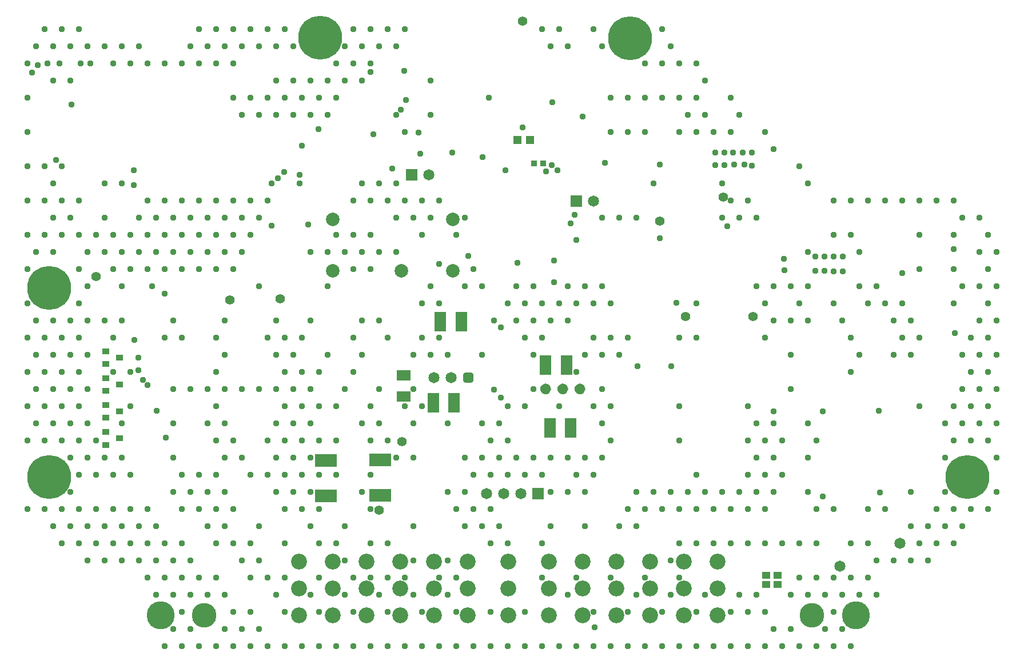
<source format=gbr>
G04*
G04 #@! TF.GenerationSoftware,Altium Limited,Altium Designer,25.0.2 (28)*
G04*
G04 Layer_Color=16711935*
%FSLAX44Y44*%
%MOMM*%
G71*
G04*
G04 #@! TF.SameCoordinates,1489D581-9A80-4730-A308-F2CAF4F028AF*
G04*
G04*
G04 #@! TF.FilePolarity,Negative*
G04*
G01*
G75*
%ADD59R,1.1524X1.0524*%
%ADD62R,1.0524X0.9524*%
%ADD72R,1.2524X1.2524*%
%ADD75C,2.3524*%
%ADD76C,2.0066*%
%ADD77C,1.6524*%
G04:AMPARAMS|DCode=78|XSize=1.5524mm|YSize=1.5524mm|CornerRadius=0.4262mm|HoleSize=0mm|Usage=FLASHONLY|Rotation=180.000|XOffset=0mm|YOffset=0mm|HoleType=Round|Shape=RoundedRectangle|*
%AMROUNDEDRECTD78*
21,1,1.5524,0.7000,0,0,180.0*
21,1,0.7000,1.5524,0,0,180.0*
1,1,0.8524,-0.3500,0.3500*
1,1,0.8524,0.3500,0.3500*
1,1,0.8524,0.3500,-0.3500*
1,1,0.8524,-0.3500,-0.3500*
%
%ADD78ROUNDEDRECTD78*%
%ADD79R,1.6524X1.6524*%
%ADD80C,4.1524*%
%ADD81C,3.6524*%
%ADD82C,0.9398*%
%ADD83C,1.4224*%
%ADD84C,6.5024*%
%ADD106R,3.3024X1.9324*%
%ADD107R,2.0524X1.5024*%
%ADD108R,1.6524X2.9524*%
%ADD109R,0.8524X0.8524*%
G36*
X1605280Y982658D02*
X1607336Y982929D01*
X1609251Y983722D01*
X1610896Y984984D01*
X1612158Y986629D01*
X1612951Y988544D01*
X1613222Y990600D01*
X1612951Y992655D01*
X1612158Y994571D01*
X1610896Y996216D01*
X1609251Y997478D01*
X1607336Y998271D01*
X1605280Y998542D01*
D01*
X1603224Y998271D01*
X1601309Y997478D01*
X1599664Y996216D01*
X1598402Y994571D01*
X1597609Y992655D01*
X1597338Y990600D01*
X1597609Y988544D01*
X1598402Y986629D01*
X1599664Y984984D01*
X1601309Y983722D01*
X1603224Y982929D01*
X1605280Y982658D01*
D01*
D02*
G37*
G36*
X1630680D02*
X1632735Y982929D01*
X1634651Y983722D01*
X1636296Y984984D01*
X1637558Y986629D01*
X1638351Y988544D01*
X1638622Y990600D01*
X1638351Y992655D01*
X1637558Y994571D01*
X1636296Y996216D01*
X1634651Y997478D01*
X1632735Y998271D01*
X1630680Y998542D01*
D01*
X1628625Y998271D01*
X1626709Y997478D01*
X1625064Y996216D01*
X1623802Y994571D01*
X1623009Y992655D01*
X1622738Y990600D01*
X1623009Y988544D01*
X1623802Y986629D01*
X1625064Y984984D01*
X1626709Y983722D01*
X1628625Y982929D01*
X1630680Y982658D01*
D01*
D02*
G37*
G36*
X1656080D02*
X1658136Y982929D01*
X1660051Y983722D01*
X1661696Y984984D01*
X1662958Y986629D01*
X1663751Y988544D01*
X1664022Y990600D01*
X1663751Y992655D01*
X1662958Y994571D01*
X1661696Y996216D01*
X1660051Y997478D01*
X1658136Y998271D01*
X1656080Y998542D01*
D01*
X1654025Y998271D01*
X1652109Y997478D01*
X1650464Y996216D01*
X1649202Y994571D01*
X1648409Y992655D01*
X1648138Y990600D01*
X1648409Y988544D01*
X1649202Y986629D01*
X1650464Y984984D01*
X1652109Y983722D01*
X1654025Y982929D01*
X1656080Y982658D01*
D01*
D02*
G37*
D59*
X1931500Y714200D02*
D03*
X1948500D02*
D03*
Y701133D02*
D03*
X1931500D02*
D03*
D62*
X974000Y917215D02*
D03*
X954000Y926715D02*
D03*
Y907715D02*
D03*
X974000Y957107D02*
D03*
X954000Y966608D02*
D03*
Y947607D02*
D03*
X974000Y997000D02*
D03*
X954000Y1006500D02*
D03*
Y987500D02*
D03*
X974000Y1036892D02*
D03*
X954000Y1046393D02*
D03*
Y1027393D02*
D03*
D72*
X1582000Y1359500D02*
D03*
X1564000D02*
D03*
D75*
X1240000Y655000D02*
D03*
Y695000D02*
D03*
Y735000D02*
D03*
X1290000Y655000D02*
D03*
X1340000D02*
D03*
Y695000D02*
D03*
Y735000D02*
D03*
X1390000Y655000D02*
D03*
Y695000D02*
D03*
Y735000D02*
D03*
X1440000Y655000D02*
D03*
Y695000D02*
D03*
Y735000D02*
D03*
X1490000Y655000D02*
D03*
Y695000D02*
D03*
Y735000D02*
D03*
X1550000Y655000D02*
D03*
Y695000D02*
D03*
Y735000D02*
D03*
X1610000Y655000D02*
D03*
Y695000D02*
D03*
Y735000D02*
D03*
X1660000Y655000D02*
D03*
Y695000D02*
D03*
Y735000D02*
D03*
X1710000Y655000D02*
D03*
Y695000D02*
D03*
Y735000D02*
D03*
X1760000Y655000D02*
D03*
Y695000D02*
D03*
Y735000D02*
D03*
X1810000Y655000D02*
D03*
Y695000D02*
D03*
Y735000D02*
D03*
X1860000Y655000D02*
D03*
Y695000D02*
D03*
Y735000D02*
D03*
X1290000D02*
D03*
Y695000D02*
D03*
D76*
X1290400Y1242200D02*
D03*
X1468200D02*
D03*
Y1166000D02*
D03*
X1392000D02*
D03*
X1290400D02*
D03*
D77*
X1439600Y1007700D02*
D03*
X1465000D02*
D03*
X1518200Y835000D02*
D03*
X1543600D02*
D03*
X1569000D02*
D03*
X1432500Y1308000D02*
D03*
X1675900Y1268500D02*
D03*
X2129790Y762000D02*
D03*
X2040890Y727710D02*
D03*
D78*
X1490400Y1007700D02*
D03*
D79*
X1594400Y835000D02*
D03*
X1407100Y1308000D02*
D03*
X1650500Y1268500D02*
D03*
D80*
X1035000Y655000D02*
D03*
X2065000D02*
D03*
D81*
X1100000D02*
D03*
X2000000D02*
D03*
D82*
X2260600Y1219200D02*
D03*
X2273300Y1193800D02*
D03*
X2260600Y1168400D02*
D03*
X2273300Y1143000D02*
D03*
X2260600Y1117600D02*
D03*
X2273300Y1092200D02*
D03*
X2260600Y1066800D02*
D03*
X2273300Y1041400D02*
D03*
X2260600Y1016000D02*
D03*
X2273300Y990600D02*
D03*
X2260600Y965200D02*
D03*
X2273300Y939800D02*
D03*
X2260600Y914400D02*
D03*
X2273300Y889000D02*
D03*
Y838200D02*
D03*
X2260600Y812800D02*
D03*
X2247900Y1244600D02*
D03*
Y1193800D02*
D03*
Y1143000D02*
D03*
Y1092200D02*
D03*
X2235200Y1066800D02*
D03*
X2247900Y1041400D02*
D03*
X2235200Y1016000D02*
D03*
X2247900Y990600D02*
D03*
X2235200Y965200D02*
D03*
X2247900Y939800D02*
D03*
X2235200Y914400D02*
D03*
Y812800D02*
D03*
X2209800Y1270000D02*
D03*
X2222500Y1244600D02*
D03*
X2209800Y1219200D02*
D03*
Y1168400D02*
D03*
X2222500Y1143000D02*
D03*
X2209800Y1117600D02*
D03*
X2222500Y1041400D02*
D03*
Y990600D02*
D03*
X2209800Y965200D02*
D03*
X2222500Y939800D02*
D03*
X2209800Y914400D02*
D03*
Y812800D02*
D03*
X2222500Y787400D02*
D03*
X2209800Y762000D02*
D03*
X2184400Y1270000D02*
D03*
X2197100Y939800D02*
D03*
Y889000D02*
D03*
Y838200D02*
D03*
X2184400Y812800D02*
D03*
X2197100Y787400D02*
D03*
X2184400Y762000D02*
D03*
X2159000Y1270000D02*
D03*
Y1219200D02*
D03*
Y1168400D02*
D03*
Y1066800D02*
D03*
Y965200D02*
D03*
X2171700Y787400D02*
D03*
X2159000Y762000D02*
D03*
X2171700Y736600D02*
D03*
X2133600Y1270000D02*
D03*
Y1117600D02*
D03*
X2146300Y1092200D02*
D03*
X2133600Y1066800D02*
D03*
X2146300Y1041400D02*
D03*
Y838200D02*
D03*
Y787400D02*
D03*
Y736600D02*
D03*
X2108200Y1270000D02*
D03*
Y1117600D02*
D03*
X2120900Y1092200D02*
D03*
Y1041400D02*
D03*
X2108200Y812800D02*
D03*
X2120900Y736600D02*
D03*
X2082800Y1270000D02*
D03*
X2095500Y1143000D02*
D03*
X2082800Y1117600D02*
D03*
Y812800D02*
D03*
Y762000D02*
D03*
X2095500Y736600D02*
D03*
X2082800Y711200D02*
D03*
X2095500Y685800D02*
D03*
X2057400Y1270000D02*
D03*
Y1219200D02*
D03*
X2070100Y1193800D02*
D03*
Y1143000D02*
D03*
X2057400Y1066800D02*
D03*
X2070100Y1041400D02*
D03*
X2057400Y1016000D02*
D03*
Y762000D02*
D03*
Y711200D02*
D03*
X2070100Y685800D02*
D03*
X2057400Y609600D02*
D03*
X2032000Y1270000D02*
D03*
Y1219200D02*
D03*
Y1117600D02*
D03*
X2044700Y1092200D02*
D03*
X2032000Y812800D02*
D03*
Y711200D02*
D03*
X2044700Y685800D02*
D03*
X2032000Y660400D02*
D03*
X2044700Y635000D02*
D03*
X2032000Y609600D02*
D03*
X2006600Y914400D02*
D03*
Y812800D02*
D03*
Y762000D02*
D03*
Y711200D02*
D03*
X2019300Y685800D02*
D03*
Y635000D02*
D03*
X2006600Y609600D02*
D03*
X1981200Y1320800D02*
D03*
X1993900Y1295400D02*
D03*
Y1193800D02*
D03*
Y1143000D02*
D03*
X1981200Y1117600D02*
D03*
X1993900Y1092200D02*
D03*
Y939800D02*
D03*
Y889000D02*
D03*
Y838200D02*
D03*
X1981200Y762000D02*
D03*
Y711200D02*
D03*
X1993900Y685800D02*
D03*
X1981200Y609600D02*
D03*
X1968500Y1143000D02*
D03*
Y1092200D02*
D03*
Y1041400D02*
D03*
Y990600D02*
D03*
X1955800Y914400D02*
D03*
Y863600D02*
D03*
Y762000D02*
D03*
X1968500Y685800D02*
D03*
Y635000D02*
D03*
X1955800Y609600D02*
D03*
X1930400Y1371600D02*
D03*
X1943100Y1346200D02*
D03*
Y1143000D02*
D03*
X1930400Y1117600D02*
D03*
X1943100Y1092200D02*
D03*
X1930400Y1066800D02*
D03*
X1943100Y939800D02*
D03*
X1930400Y914400D02*
D03*
X1943100Y889000D02*
D03*
X1930400Y863600D02*
D03*
X1943100Y838200D02*
D03*
X1930400Y812800D02*
D03*
Y762000D02*
D03*
Y660400D02*
D03*
X1943100Y635000D02*
D03*
X1930400Y609600D02*
D03*
X1905000Y1270000D02*
D03*
X1917700Y1244600D02*
D03*
Y1143000D02*
D03*
X1905000Y965200D02*
D03*
X1917700Y939800D02*
D03*
X1905000Y914400D02*
D03*
X1917700Y889000D02*
D03*
X1905000Y863600D02*
D03*
X1917700Y838200D02*
D03*
X1905000Y812800D02*
D03*
Y762000D02*
D03*
X1917700Y685800D02*
D03*
X1905000Y660400D02*
D03*
Y609600D02*
D03*
X1879600Y1422400D02*
D03*
X1892300Y1397000D02*
D03*
X1879600Y1371600D02*
D03*
Y1270000D02*
D03*
X1892300Y1244600D02*
D03*
Y838200D02*
D03*
X1879600Y812800D02*
D03*
Y762000D02*
D03*
X1892300Y685800D02*
D03*
X1879600Y660400D02*
D03*
Y609600D02*
D03*
X1854200Y1371600D02*
D03*
X1866900Y1295400D02*
D03*
Y1244600D02*
D03*
Y838200D02*
D03*
X1854200Y812800D02*
D03*
Y762000D02*
D03*
Y609600D02*
D03*
X1828800Y1473200D02*
D03*
X1841500Y1447800D02*
D03*
X1828800Y1422400D02*
D03*
X1841500Y1397000D02*
D03*
X1828800Y1371600D02*
D03*
Y1117600D02*
D03*
Y1066800D02*
D03*
Y863600D02*
D03*
X1841500Y838200D02*
D03*
X1828800Y812800D02*
D03*
Y762000D02*
D03*
X1841500Y685800D02*
D03*
X1828800Y660400D02*
D03*
Y609600D02*
D03*
X1803400Y1473200D02*
D03*
Y1422400D02*
D03*
X1816100Y1397000D02*
D03*
X1803400Y1371600D02*
D03*
Y1066800D02*
D03*
Y965200D02*
D03*
Y914400D02*
D03*
X1816100Y838200D02*
D03*
X1803400Y812800D02*
D03*
Y762000D02*
D03*
Y711200D02*
D03*
Y609600D02*
D03*
X1778000Y1524000D02*
D03*
X1790700Y1498600D02*
D03*
X1778000Y1473200D02*
D03*
Y1422400D02*
D03*
X1790700Y838200D02*
D03*
X1778000Y812800D02*
D03*
X1790700Y736600D02*
D03*
Y685800D02*
D03*
X1778000Y660400D02*
D03*
Y609600D02*
D03*
X1752600Y1473200D02*
D03*
Y1422400D02*
D03*
Y1371600D02*
D03*
X1765300Y1295400D02*
D03*
Y838200D02*
D03*
X1752600Y812800D02*
D03*
Y711200D02*
D03*
Y609600D02*
D03*
X1727200Y1422400D02*
D03*
Y1371600D02*
D03*
X1739900Y1244600D02*
D03*
X1727200Y1066800D02*
D03*
X1739900Y838200D02*
D03*
X1727200Y812800D02*
D03*
X1739900Y787400D02*
D03*
Y685800D02*
D03*
X1727200Y660400D02*
D03*
Y609600D02*
D03*
X1701800Y1422400D02*
D03*
Y1371600D02*
D03*
X1714500Y1244600D02*
D03*
X1701800Y1117600D02*
D03*
Y1066800D02*
D03*
X1714500Y1041400D02*
D03*
X1701800Y965200D02*
D03*
Y914400D02*
D03*
X1714500Y787400D02*
D03*
X1701800Y711200D02*
D03*
Y609600D02*
D03*
X1676400Y1524000D02*
D03*
X1689100Y1498600D02*
D03*
Y1244600D02*
D03*
Y1143000D02*
D03*
X1676400Y1117600D02*
D03*
Y1066800D02*
D03*
X1689100Y1041400D02*
D03*
Y990600D02*
D03*
X1676400Y965200D02*
D03*
X1689100Y939800D02*
D03*
Y889000D02*
D03*
X1676400Y863600D02*
D03*
Y660400D02*
D03*
Y609600D02*
D03*
X1663700Y1143000D02*
D03*
X1651000Y1117600D02*
D03*
X1663700Y1041400D02*
D03*
X1651000Y1016000D02*
D03*
X1663700Y889000D02*
D03*
X1651000Y863600D02*
D03*
X1663700Y838200D02*
D03*
Y787400D02*
D03*
X1651000Y711200D02*
D03*
Y609600D02*
D03*
X1625600Y1524000D02*
D03*
X1638300Y1498600D02*
D03*
Y1143000D02*
D03*
X1625600Y1117600D02*
D03*
X1638300Y1092200D02*
D03*
X1625600Y965200D02*
D03*
X1638300Y889000D02*
D03*
Y838200D02*
D03*
Y685800D02*
D03*
X1625600Y609600D02*
D03*
X1600200Y1524000D02*
D03*
X1612900Y1498600D02*
D03*
X1600200Y1117600D02*
D03*
X1612900Y1092200D02*
D03*
X1600200Y1066800D02*
D03*
X1612900Y889000D02*
D03*
X1600200Y863600D02*
D03*
X1612900Y838200D02*
D03*
Y787400D02*
D03*
X1600200Y762000D02*
D03*
Y711200D02*
D03*
Y609600D02*
D03*
X1587500Y1143000D02*
D03*
X1574800Y1117600D02*
D03*
X1587500Y1092200D02*
D03*
X1574800Y1066800D02*
D03*
X1587500Y1041400D02*
D03*
Y990600D02*
D03*
X1574800Y965200D02*
D03*
X1587500Y889000D02*
D03*
X1574800Y863600D02*
D03*
Y660400D02*
D03*
Y609600D02*
D03*
X1562100Y1143000D02*
D03*
X1549400Y1117600D02*
D03*
X1562100Y1092200D02*
D03*
X1549400Y965200D02*
D03*
Y914400D02*
D03*
X1562100Y889000D02*
D03*
X1549400Y863600D02*
D03*
Y762000D02*
D03*
Y609600D02*
D03*
X1536700Y939800D02*
D03*
X1524000Y914400D02*
D03*
X1536700Y889000D02*
D03*
X1524000Y863600D02*
D03*
Y812800D02*
D03*
X1536700Y787400D02*
D03*
X1524000Y762000D02*
D03*
Y660400D02*
D03*
Y609600D02*
D03*
X1498600Y1168400D02*
D03*
X1511300Y1143000D02*
D03*
Y1041400D02*
D03*
Y939800D02*
D03*
Y889000D02*
D03*
X1498600Y863600D02*
D03*
Y812800D02*
D03*
X1511300Y787400D02*
D03*
X1498600Y609600D02*
D03*
X1485900Y1244600D02*
D03*
X1473200Y1219200D02*
D03*
X1485900Y1143000D02*
D03*
Y889000D02*
D03*
Y838200D02*
D03*
X1473200Y812800D02*
D03*
X1485900Y787400D02*
D03*
X1473200Y711200D02*
D03*
Y660400D02*
D03*
Y609600D02*
D03*
X1447800Y1270000D02*
D03*
Y1117600D02*
D03*
Y1066800D02*
D03*
X1460500Y1041400D02*
D03*
Y939800D02*
D03*
Y838200D02*
D03*
Y736600D02*
D03*
X1447800Y711200D02*
D03*
X1460500Y685800D02*
D03*
X1447800Y609600D02*
D03*
X1435100Y1447800D02*
D03*
Y1397000D02*
D03*
X1422400Y1270000D02*
D03*
X1435100Y1244600D02*
D03*
X1422400Y1219200D02*
D03*
X1435100Y1143000D02*
D03*
X1422400Y1117600D02*
D03*
Y1066800D02*
D03*
X1435100Y1041400D02*
D03*
X1422400Y965200D02*
D03*
Y660400D02*
D03*
Y609600D02*
D03*
X1397000Y1524000D02*
D03*
Y1371600D02*
D03*
Y1270000D02*
D03*
X1409700Y1244600D02*
D03*
Y1041400D02*
D03*
Y990600D02*
D03*
X1397000Y965200D02*
D03*
X1409700Y939800D02*
D03*
Y889000D02*
D03*
Y787400D02*
D03*
Y736600D02*
D03*
X1397000Y711200D02*
D03*
X1409700Y685800D02*
D03*
X1397000Y609600D02*
D03*
X1371600Y1524000D02*
D03*
X1384300Y1498600D02*
D03*
Y1397000D02*
D03*
Y1295400D02*
D03*
X1371600Y1270000D02*
D03*
X1384300Y1244600D02*
D03*
Y1193800D02*
D03*
X1371600Y1066800D02*
D03*
Y914400D02*
D03*
X1384300Y889000D02*
D03*
X1371600Y762000D02*
D03*
Y711200D02*
D03*
Y660400D02*
D03*
Y609600D02*
D03*
X1346200Y1524000D02*
D03*
X1358900Y1498600D02*
D03*
X1346200Y1473200D02*
D03*
X1358900Y1295400D02*
D03*
X1346200Y1270000D02*
D03*
Y1219200D02*
D03*
X1358900Y1193800D02*
D03*
X1346200Y1168400D02*
D03*
X1358900Y1092200D02*
D03*
Y990600D02*
D03*
X1346200Y965200D02*
D03*
X1358900Y939800D02*
D03*
X1346200Y914400D02*
D03*
Y863600D02*
D03*
Y812800D02*
D03*
Y762000D02*
D03*
Y711200D02*
D03*
X1358900Y685800D02*
D03*
X1346200Y609600D02*
D03*
X1320800Y1524000D02*
D03*
X1333500Y1498600D02*
D03*
X1320800Y1473200D02*
D03*
X1333500Y1447800D02*
D03*
Y1295400D02*
D03*
X1320800Y1270000D02*
D03*
Y1219200D02*
D03*
X1333500Y1193800D02*
D03*
X1320800Y1168400D02*
D03*
X1333500Y1092200D02*
D03*
X1320800Y1066800D02*
D03*
X1333500Y1041400D02*
D03*
X1320800Y1016000D02*
D03*
X1333500Y939800D02*
D03*
Y838200D02*
D03*
X1320800Y711200D02*
D03*
Y660400D02*
D03*
Y609600D02*
D03*
X1308100Y1498600D02*
D03*
X1295400Y1473200D02*
D03*
X1308100Y1447800D02*
D03*
X1295400Y1422400D02*
D03*
Y1219200D02*
D03*
X1308100Y1193800D02*
D03*
Y990600D02*
D03*
X1295400Y965200D02*
D03*
Y914400D02*
D03*
Y863600D02*
D03*
X1308100Y787400D02*
D03*
X1295400Y762000D02*
D03*
X1308100Y736600D02*
D03*
Y685800D02*
D03*
X1295400Y609600D02*
D03*
X1282700Y1447800D02*
D03*
X1270000Y1422400D02*
D03*
X1282700Y1397000D02*
D03*
Y1193800D02*
D03*
Y1143000D02*
D03*
Y1041400D02*
D03*
X1270000Y1016000D02*
D03*
Y965200D02*
D03*
Y914400D02*
D03*
Y863600D02*
D03*
Y812800D02*
D03*
Y762000D02*
D03*
Y711200D02*
D03*
Y660400D02*
D03*
Y609600D02*
D03*
X1257300Y1447800D02*
D03*
X1244600Y1422400D02*
D03*
X1257300Y1397000D02*
D03*
Y1193800D02*
D03*
Y1092200D02*
D03*
X1244600Y1066800D02*
D03*
Y1016000D02*
D03*
X1257300Y990600D02*
D03*
X1244600Y965200D02*
D03*
X1257300Y939800D02*
D03*
X1244600Y914400D02*
D03*
X1257300Y889000D02*
D03*
X1244600Y863600D02*
D03*
X1257300Y838200D02*
D03*
X1244600Y812800D02*
D03*
X1257300Y787400D02*
D03*
Y685800D02*
D03*
X1244600Y609600D02*
D03*
X1219200Y1524000D02*
D03*
X1231900Y1498600D02*
D03*
Y1447800D02*
D03*
X1219200Y1422400D02*
D03*
X1231900Y1397000D02*
D03*
X1219200Y1066800D02*
D03*
X1231900Y1041400D02*
D03*
X1219200Y1016000D02*
D03*
X1231900Y990600D02*
D03*
X1219200Y965200D02*
D03*
X1231900Y939800D02*
D03*
X1219200Y914400D02*
D03*
X1231900Y889000D02*
D03*
X1219200Y863600D02*
D03*
X1231900Y838200D02*
D03*
X1219200Y812800D02*
D03*
Y762000D02*
D03*
Y711200D02*
D03*
Y660400D02*
D03*
Y609600D02*
D03*
X1193800Y1524000D02*
D03*
X1206500Y1498600D02*
D03*
Y1447800D02*
D03*
X1193800Y1422400D02*
D03*
X1206500Y1397000D02*
D03*
X1193800Y1270000D02*
D03*
X1206500Y1092200D02*
D03*
X1193800Y1066800D02*
D03*
X1206500Y1041400D02*
D03*
Y990600D02*
D03*
Y939800D02*
D03*
X1193800Y914400D02*
D03*
X1206500Y889000D02*
D03*
X1193800Y863600D02*
D03*
X1206500Y838200D02*
D03*
X1193800Y711200D02*
D03*
X1206500Y685800D02*
D03*
X1193800Y609600D02*
D03*
X1168400Y1524000D02*
D03*
X1181100Y1498600D02*
D03*
X1168400Y1422400D02*
D03*
X1181100Y1397000D02*
D03*
X1168400Y1270000D02*
D03*
X1181100Y1244600D02*
D03*
X1168400Y1219200D02*
D03*
X1181100Y1143000D02*
D03*
Y990600D02*
D03*
X1168400Y863600D02*
D03*
X1181100Y787400D02*
D03*
X1168400Y762000D02*
D03*
X1181100Y736600D02*
D03*
X1168400Y711200D02*
D03*
Y660400D02*
D03*
X1181100Y635000D02*
D03*
X1168400Y609600D02*
D03*
X1143000Y1524000D02*
D03*
X1155700Y1498600D02*
D03*
X1143000Y1473200D02*
D03*
Y1422400D02*
D03*
X1155700Y1397000D02*
D03*
X1143000Y1270000D02*
D03*
X1155700Y1244600D02*
D03*
X1143000Y1219200D02*
D03*
X1155700Y1193800D02*
D03*
X1143000Y1168400D02*
D03*
X1155700Y990600D02*
D03*
X1143000Y914400D02*
D03*
X1155700Y889000D02*
D03*
X1143000Y812800D02*
D03*
Y762000D02*
D03*
X1155700Y736600D02*
D03*
X1143000Y660400D02*
D03*
X1155700Y635000D02*
D03*
X1143000Y609600D02*
D03*
X1117600Y1524000D02*
D03*
X1130300Y1498600D02*
D03*
X1117600Y1473200D02*
D03*
Y1270000D02*
D03*
X1130300Y1244600D02*
D03*
X1117600Y1219200D02*
D03*
X1130300Y1193800D02*
D03*
X1117600Y1168400D02*
D03*
X1130300Y1092200D02*
D03*
X1117600Y1066800D02*
D03*
X1130300Y1041400D02*
D03*
X1117600Y1016000D02*
D03*
X1130300Y990600D02*
D03*
X1117600Y965200D02*
D03*
X1130300Y939800D02*
D03*
X1117600Y914400D02*
D03*
X1130300Y889000D02*
D03*
X1117600Y863600D02*
D03*
X1130300Y838200D02*
D03*
X1117600Y812800D02*
D03*
X1130300Y787400D02*
D03*
X1117600Y762000D02*
D03*
Y711200D02*
D03*
X1130300Y685800D02*
D03*
Y635000D02*
D03*
X1117600Y609600D02*
D03*
X1092200Y1524000D02*
D03*
X1104900Y1498600D02*
D03*
X1092200Y1473200D02*
D03*
Y1270000D02*
D03*
X1104900Y1244600D02*
D03*
X1092200Y1219200D02*
D03*
X1104900Y1193800D02*
D03*
X1092200Y1168400D02*
D03*
X1104900Y990600D02*
D03*
Y939800D02*
D03*
X1092200Y863600D02*
D03*
X1104900Y838200D02*
D03*
X1092200Y812800D02*
D03*
X1104900Y787400D02*
D03*
X1092200Y711200D02*
D03*
X1104900Y685800D02*
D03*
X1092200Y609600D02*
D03*
X1079500Y1498600D02*
D03*
X1066800Y1473200D02*
D03*
Y1270000D02*
D03*
X1079500Y1244600D02*
D03*
X1066800Y1219200D02*
D03*
X1079500Y1193800D02*
D03*
X1066800Y1168400D02*
D03*
Y1066800D02*
D03*
X1079500Y990600D02*
D03*
X1066800Y863600D02*
D03*
X1079500Y838200D02*
D03*
X1066800Y812800D02*
D03*
Y762000D02*
D03*
X1079500Y736600D02*
D03*
X1066800Y711200D02*
D03*
X1079500Y685800D02*
D03*
X1066800Y660400D02*
D03*
X1079500Y635000D02*
D03*
X1066800Y609600D02*
D03*
X1041400Y1473200D02*
D03*
Y1270000D02*
D03*
X1054100Y1244600D02*
D03*
X1041400Y1219200D02*
D03*
X1054100Y1193800D02*
D03*
X1041400Y1168400D02*
D03*
X1054100Y1092200D02*
D03*
X1041400Y1066800D02*
D03*
X1054100Y990600D02*
D03*
Y939800D02*
D03*
Y889000D02*
D03*
Y838200D02*
D03*
X1041400Y762000D02*
D03*
X1054100Y736600D02*
D03*
X1041400Y711200D02*
D03*
X1054100Y685800D02*
D03*
Y635000D02*
D03*
X1041400Y609600D02*
D03*
X1016000Y1473200D02*
D03*
Y1270000D02*
D03*
X1028700Y1244600D02*
D03*
X1016000Y1219200D02*
D03*
X1028700Y1193800D02*
D03*
X1016000Y1168400D02*
D03*
Y812800D02*
D03*
X1028700Y787400D02*
D03*
X1016000Y762000D02*
D03*
X1028700Y736600D02*
D03*
X1016000Y711200D02*
D03*
X1028700Y685800D02*
D03*
X1003300Y1498600D02*
D03*
X990600Y1473200D02*
D03*
X1003300Y1244600D02*
D03*
X990600Y1219200D02*
D03*
X1003300Y1193800D02*
D03*
X990600Y1168400D02*
D03*
Y1016000D02*
D03*
Y965200D02*
D03*
Y863600D02*
D03*
Y812800D02*
D03*
X1003300Y787400D02*
D03*
X990600Y762000D02*
D03*
X1003300Y736600D02*
D03*
X977900Y1498600D02*
D03*
X965200Y1473200D02*
D03*
X977900Y1295400D02*
D03*
X965200Y1219200D02*
D03*
X977900Y1193800D02*
D03*
X965200Y1168400D02*
D03*
X977900Y1143000D02*
D03*
Y1092200D02*
D03*
X965200Y1066800D02*
D03*
Y1016000D02*
D03*
X977900Y939800D02*
D03*
Y889000D02*
D03*
X965200Y863600D02*
D03*
Y812800D02*
D03*
X977900Y787400D02*
D03*
X965200Y762000D02*
D03*
X977900Y736600D02*
D03*
X952500Y1498600D02*
D03*
Y1295400D02*
D03*
Y1244600D02*
D03*
X939800Y1219200D02*
D03*
X952500Y1193800D02*
D03*
Y1092200D02*
D03*
X939800Y914400D02*
D03*
X952500Y889000D02*
D03*
X939800Y863600D02*
D03*
Y812800D02*
D03*
X952500Y787400D02*
D03*
X939800Y762000D02*
D03*
X952500Y736600D02*
D03*
X914400Y1524000D02*
D03*
X927100Y1498600D02*
D03*
X914400Y1270000D02*
D03*
Y1219200D02*
D03*
X927100Y1193800D02*
D03*
X914400Y1168400D02*
D03*
X927100Y1143000D02*
D03*
X914400Y1117600D02*
D03*
X927100Y1092200D02*
D03*
X914400Y1066800D02*
D03*
X927100Y1041400D02*
D03*
X914400Y1016000D02*
D03*
X927100Y990600D02*
D03*
X914400Y965200D02*
D03*
X927100Y939800D02*
D03*
X914400Y914400D02*
D03*
X927100Y889000D02*
D03*
X914400Y863600D02*
D03*
Y812800D02*
D03*
X927100Y787400D02*
D03*
X914400Y762000D02*
D03*
X927100Y736600D02*
D03*
X889000Y1524000D02*
D03*
X901700Y1498600D02*
D03*
Y1447800D02*
D03*
X889000Y1320800D02*
D03*
Y1270000D02*
D03*
X901700Y1244600D02*
D03*
X889000Y1219200D02*
D03*
X901700Y1092200D02*
D03*
X889000Y1066800D02*
D03*
X901700Y1041400D02*
D03*
X889000Y1016000D02*
D03*
X901700Y990600D02*
D03*
X889000Y965200D02*
D03*
X901700Y939800D02*
D03*
X889000Y914400D02*
D03*
X901700Y889000D02*
D03*
Y838200D02*
D03*
X889000Y812800D02*
D03*
X901700Y787400D02*
D03*
X889000Y762000D02*
D03*
X863600Y1524000D02*
D03*
X876300Y1498600D02*
D03*
Y1447800D02*
D03*
X863600Y1320800D02*
D03*
X876300Y1295400D02*
D03*
X863600Y1270000D02*
D03*
X876300Y1244600D02*
D03*
X863600Y1219200D02*
D03*
X876300Y1193800D02*
D03*
Y1092200D02*
D03*
X863600Y1066800D02*
D03*
X876300Y1041400D02*
D03*
X863600Y1016000D02*
D03*
X876300Y990600D02*
D03*
X863600Y965200D02*
D03*
X876300Y939800D02*
D03*
X863600Y914400D02*
D03*
Y812800D02*
D03*
X876300Y787400D02*
D03*
X850900Y1498600D02*
D03*
X838200Y1473200D02*
D03*
Y1422400D02*
D03*
Y1371600D02*
D03*
Y1320800D02*
D03*
Y1270000D02*
D03*
Y1219200D02*
D03*
X850900Y1193800D02*
D03*
X838200Y1168400D02*
D03*
Y1117600D02*
D03*
X850900Y1092200D02*
D03*
X838200Y1066800D02*
D03*
X850900Y1041400D02*
D03*
X838200Y1016000D02*
D03*
X850900Y990600D02*
D03*
X838200Y965200D02*
D03*
X850900Y939800D02*
D03*
X838200Y914400D02*
D03*
Y812800D02*
D03*
X902970Y1412240D02*
D03*
X1677670Y637540D02*
D03*
X880110Y1329690D02*
D03*
X1390650Y1404620D02*
D03*
X1398680Y1419000D02*
D03*
X1884869Y1322869D02*
D03*
X1899489Y1323489D02*
D03*
X1911000Y1321000D02*
D03*
X1874520Y1231900D02*
D03*
X1244600Y1351280D02*
D03*
X1268730Y1375410D02*
D03*
X995680Y1314450D02*
D03*
Y1292860D02*
D03*
X1209040Y1303020D02*
D03*
X1241384Y1307506D02*
D03*
X1539240Y1082040D02*
D03*
X1529080Y1092200D02*
D03*
X1217930Y1311910D02*
D03*
X1240790Y1295400D02*
D03*
X1395730Y1461770D02*
D03*
X1350010Y1367790D02*
D03*
X1417320Y1370330D02*
D03*
X1346200Y1460500D02*
D03*
X1199522Y1295047D02*
D03*
X1741000Y1024255D02*
D03*
X1791000D02*
D03*
X853440Y1470660D02*
D03*
X844550Y1459230D02*
D03*
X867410Y1473200D02*
D03*
X885190D02*
D03*
X1199349Y1232651D02*
D03*
X1377950Y1316990D02*
D03*
X930910Y1473200D02*
D03*
X916940D02*
D03*
X1539240Y977900D02*
D03*
X1563370Y1177290D02*
D03*
X1529080Y989330D02*
D03*
X1651000Y1211580D02*
D03*
X1774190Y1214120D02*
D03*
X1799000Y1118000D02*
D03*
X1774190Y1323340D02*
D03*
X1642110Y1235710D02*
D03*
X1648460Y1248410D02*
D03*
X1692910Y1325880D02*
D03*
X1883000Y1340485D02*
D03*
X1897000D02*
D03*
X1911000D02*
D03*
X1870000D02*
D03*
X1856740D02*
D03*
Y1322015D02*
D03*
X1870000Y1322000D02*
D03*
X1448000Y1176000D02*
D03*
X1491000Y1188000D02*
D03*
X1943000Y957000D02*
D03*
X1660000Y1394000D02*
D03*
X1009000Y1004000D02*
D03*
X1002000Y1018000D02*
D03*
X1041000Y1132000D02*
D03*
X996000Y1063000D02*
D03*
X1002000Y1037000D02*
D03*
X1016000Y996000D02*
D03*
X1029000Y958000D02*
D03*
X1043000Y918000D02*
D03*
X1022500Y1142500D02*
D03*
X2099000Y958000D02*
D03*
X2211500Y1073500D02*
D03*
X1420000Y1339000D02*
D03*
X1623000Y1315000D02*
D03*
X1615000Y1415000D02*
D03*
X1521000Y1422000D02*
D03*
X1512000Y1334000D02*
D03*
X1546000Y1315000D02*
D03*
X1606000Y1313000D02*
D03*
X1614000Y1322000D02*
D03*
X1571000Y1378000D02*
D03*
X1253988Y1233988D02*
D03*
X1467500Y1341000D02*
D03*
X2045500Y1187000D02*
D03*
Y1165000D02*
D03*
X2031500Y1187000D02*
D03*
Y1165000D02*
D03*
X2018000Y1186500D02*
D03*
X2018500Y1165500D02*
D03*
X2004500Y1187000D02*
D03*
Y1166000D02*
D03*
X1617500Y1149000D02*
D03*
Y1180500D02*
D03*
X1958500Y1183000D02*
D03*
X1959000Y1166500D02*
D03*
X2133000Y1162500D02*
D03*
X2100500Y837500D02*
D03*
X2016000Y831500D02*
D03*
Y957500D02*
D03*
X2210000Y1197500D02*
D03*
D83*
X939405Y1157500D02*
D03*
X1212000Y1124000D02*
D03*
X1868170Y1275080D02*
D03*
X1774190Y1239520D02*
D03*
X1359000Y811000D02*
D03*
X1571000Y1536000D02*
D03*
X1137475Y1122475D02*
D03*
X1392500Y912500D02*
D03*
X1812500Y1097500D02*
D03*
X1912500D02*
D03*
D84*
X870000Y1140000D02*
D03*
X1271270Y1511300D02*
D03*
X870000Y860000D02*
D03*
X2230000D02*
D03*
X1730000Y1510000D02*
D03*
D106*
X1280160Y832370D02*
D03*
Y884670D02*
D03*
X1360000Y832850D02*
D03*
Y885150D02*
D03*
D107*
X1395000Y979500D02*
D03*
Y1010500D02*
D03*
D108*
X1439000Y970000D02*
D03*
X1470000D02*
D03*
X1449500Y1090000D02*
D03*
X1480500D02*
D03*
X1605020Y1026160D02*
D03*
X1636020D02*
D03*
X1642500Y932500D02*
D03*
X1611500D02*
D03*
D109*
X1602000Y1325000D02*
D03*
X1588000D02*
D03*
M02*

</source>
